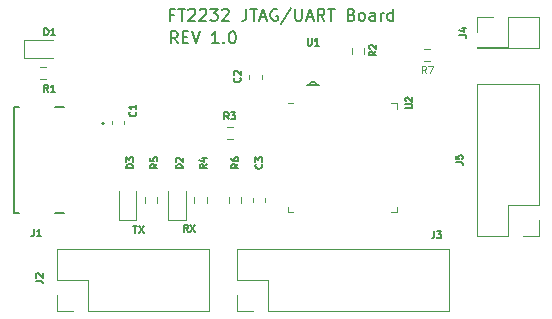
<source format=gbr>
%TF.GenerationSoftware,KiCad,Pcbnew,7.0.6*%
%TF.CreationDate,2023-11-02T18:38:28-04:00*%
%TF.ProjectId,FT2232_Board,46543232-3332-45f4-926f-6172642e6b69,rev?*%
%TF.SameCoordinates,Original*%
%TF.FileFunction,Legend,Top*%
%TF.FilePolarity,Positive*%
%FSLAX46Y46*%
G04 Gerber Fmt 4.6, Leading zero omitted, Abs format (unit mm)*
G04 Created by KiCad (PCBNEW 7.0.6) date 2023-11-02 18:38:28*
%MOMM*%
%LPD*%
G01*
G04 APERTURE LIST*
%ADD10C,0.150000*%
%ADD11C,0.125000*%
%ADD12C,0.127000*%
%ADD13C,0.200000*%
%ADD14C,0.152400*%
%ADD15C,0.120000*%
G04 APERTURE END LIST*
D10*
X120618407Y-77746219D02*
X120285074Y-77270028D01*
X120046979Y-77746219D02*
X120046979Y-76746219D01*
X120046979Y-76746219D02*
X120427931Y-76746219D01*
X120427931Y-76746219D02*
X120523169Y-76793838D01*
X120523169Y-76793838D02*
X120570788Y-76841457D01*
X120570788Y-76841457D02*
X120618407Y-76936695D01*
X120618407Y-76936695D02*
X120618407Y-77079552D01*
X120618407Y-77079552D02*
X120570788Y-77174790D01*
X120570788Y-77174790D02*
X120523169Y-77222409D01*
X120523169Y-77222409D02*
X120427931Y-77270028D01*
X120427931Y-77270028D02*
X120046979Y-77270028D01*
X121046979Y-77222409D02*
X121380312Y-77222409D01*
X121523169Y-77746219D02*
X121046979Y-77746219D01*
X121046979Y-77746219D02*
X121046979Y-76746219D01*
X121046979Y-76746219D02*
X121523169Y-76746219D01*
X121808884Y-76746219D02*
X122142217Y-77746219D01*
X122142217Y-77746219D02*
X122475550Y-76746219D01*
X124094598Y-77746219D02*
X123523170Y-77746219D01*
X123808884Y-77746219D02*
X123808884Y-76746219D01*
X123808884Y-76746219D02*
X123713646Y-76889076D01*
X123713646Y-76889076D02*
X123618408Y-76984314D01*
X123618408Y-76984314D02*
X123523170Y-77031933D01*
X124523170Y-77650980D02*
X124570789Y-77698600D01*
X124570789Y-77698600D02*
X124523170Y-77746219D01*
X124523170Y-77746219D02*
X124475551Y-77698600D01*
X124475551Y-77698600D02*
X124523170Y-77650980D01*
X124523170Y-77650980D02*
X124523170Y-77746219D01*
X125189836Y-76746219D02*
X125285074Y-76746219D01*
X125285074Y-76746219D02*
X125380312Y-76793838D01*
X125380312Y-76793838D02*
X125427931Y-76841457D01*
X125427931Y-76841457D02*
X125475550Y-76936695D01*
X125475550Y-76936695D02*
X125523169Y-77127171D01*
X125523169Y-77127171D02*
X125523169Y-77365266D01*
X125523169Y-77365266D02*
X125475550Y-77555742D01*
X125475550Y-77555742D02*
X125427931Y-77650980D01*
X125427931Y-77650980D02*
X125380312Y-77698600D01*
X125380312Y-77698600D02*
X125285074Y-77746219D01*
X125285074Y-77746219D02*
X125189836Y-77746219D01*
X125189836Y-77746219D02*
X125094598Y-77698600D01*
X125094598Y-77698600D02*
X125046979Y-77650980D01*
X125046979Y-77650980D02*
X124999360Y-77555742D01*
X124999360Y-77555742D02*
X124951741Y-77365266D01*
X124951741Y-77365266D02*
X124951741Y-77127171D01*
X124951741Y-77127171D02*
X124999360Y-76936695D01*
X124999360Y-76936695D02*
X125046979Y-76841457D01*
X125046979Y-76841457D02*
X125094598Y-76793838D01*
X125094598Y-76793838D02*
X125189836Y-76746219D01*
X120278712Y-75317409D02*
X119945379Y-75317409D01*
X119945379Y-75841219D02*
X119945379Y-74841219D01*
X119945379Y-74841219D02*
X120421569Y-74841219D01*
X120659665Y-74841219D02*
X121231093Y-74841219D01*
X120945379Y-75841219D02*
X120945379Y-74841219D01*
X121516808Y-74936457D02*
X121564427Y-74888838D01*
X121564427Y-74888838D02*
X121659665Y-74841219D01*
X121659665Y-74841219D02*
X121897760Y-74841219D01*
X121897760Y-74841219D02*
X121992998Y-74888838D01*
X121992998Y-74888838D02*
X122040617Y-74936457D01*
X122040617Y-74936457D02*
X122088236Y-75031695D01*
X122088236Y-75031695D02*
X122088236Y-75126933D01*
X122088236Y-75126933D02*
X122040617Y-75269790D01*
X122040617Y-75269790D02*
X121469189Y-75841219D01*
X121469189Y-75841219D02*
X122088236Y-75841219D01*
X122469189Y-74936457D02*
X122516808Y-74888838D01*
X122516808Y-74888838D02*
X122612046Y-74841219D01*
X122612046Y-74841219D02*
X122850141Y-74841219D01*
X122850141Y-74841219D02*
X122945379Y-74888838D01*
X122945379Y-74888838D02*
X122992998Y-74936457D01*
X122992998Y-74936457D02*
X123040617Y-75031695D01*
X123040617Y-75031695D02*
X123040617Y-75126933D01*
X123040617Y-75126933D02*
X122992998Y-75269790D01*
X122992998Y-75269790D02*
X122421570Y-75841219D01*
X122421570Y-75841219D02*
X123040617Y-75841219D01*
X123373951Y-74841219D02*
X123992998Y-74841219D01*
X123992998Y-74841219D02*
X123659665Y-75222171D01*
X123659665Y-75222171D02*
X123802522Y-75222171D01*
X123802522Y-75222171D02*
X123897760Y-75269790D01*
X123897760Y-75269790D02*
X123945379Y-75317409D01*
X123945379Y-75317409D02*
X123992998Y-75412647D01*
X123992998Y-75412647D02*
X123992998Y-75650742D01*
X123992998Y-75650742D02*
X123945379Y-75745980D01*
X123945379Y-75745980D02*
X123897760Y-75793600D01*
X123897760Y-75793600D02*
X123802522Y-75841219D01*
X123802522Y-75841219D02*
X123516808Y-75841219D01*
X123516808Y-75841219D02*
X123421570Y-75793600D01*
X123421570Y-75793600D02*
X123373951Y-75745980D01*
X124373951Y-74936457D02*
X124421570Y-74888838D01*
X124421570Y-74888838D02*
X124516808Y-74841219D01*
X124516808Y-74841219D02*
X124754903Y-74841219D01*
X124754903Y-74841219D02*
X124850141Y-74888838D01*
X124850141Y-74888838D02*
X124897760Y-74936457D01*
X124897760Y-74936457D02*
X124945379Y-75031695D01*
X124945379Y-75031695D02*
X124945379Y-75126933D01*
X124945379Y-75126933D02*
X124897760Y-75269790D01*
X124897760Y-75269790D02*
X124326332Y-75841219D01*
X124326332Y-75841219D02*
X124945379Y-75841219D01*
X126421570Y-74841219D02*
X126421570Y-75555504D01*
X126421570Y-75555504D02*
X126373951Y-75698361D01*
X126373951Y-75698361D02*
X126278713Y-75793600D01*
X126278713Y-75793600D02*
X126135856Y-75841219D01*
X126135856Y-75841219D02*
X126040618Y-75841219D01*
X126754904Y-74841219D02*
X127326332Y-74841219D01*
X127040618Y-75841219D02*
X127040618Y-74841219D01*
X127612047Y-75555504D02*
X128088237Y-75555504D01*
X127516809Y-75841219D02*
X127850142Y-74841219D01*
X127850142Y-74841219D02*
X128183475Y-75841219D01*
X129040618Y-74888838D02*
X128945380Y-74841219D01*
X128945380Y-74841219D02*
X128802523Y-74841219D01*
X128802523Y-74841219D02*
X128659666Y-74888838D01*
X128659666Y-74888838D02*
X128564428Y-74984076D01*
X128564428Y-74984076D02*
X128516809Y-75079314D01*
X128516809Y-75079314D02*
X128469190Y-75269790D01*
X128469190Y-75269790D02*
X128469190Y-75412647D01*
X128469190Y-75412647D02*
X128516809Y-75603123D01*
X128516809Y-75603123D02*
X128564428Y-75698361D01*
X128564428Y-75698361D02*
X128659666Y-75793600D01*
X128659666Y-75793600D02*
X128802523Y-75841219D01*
X128802523Y-75841219D02*
X128897761Y-75841219D01*
X128897761Y-75841219D02*
X129040618Y-75793600D01*
X129040618Y-75793600D02*
X129088237Y-75745980D01*
X129088237Y-75745980D02*
X129088237Y-75412647D01*
X129088237Y-75412647D02*
X128897761Y-75412647D01*
X130231094Y-74793600D02*
X129373952Y-76079314D01*
X130564428Y-74841219D02*
X130564428Y-75650742D01*
X130564428Y-75650742D02*
X130612047Y-75745980D01*
X130612047Y-75745980D02*
X130659666Y-75793600D01*
X130659666Y-75793600D02*
X130754904Y-75841219D01*
X130754904Y-75841219D02*
X130945380Y-75841219D01*
X130945380Y-75841219D02*
X131040618Y-75793600D01*
X131040618Y-75793600D02*
X131088237Y-75745980D01*
X131088237Y-75745980D02*
X131135856Y-75650742D01*
X131135856Y-75650742D02*
X131135856Y-74841219D01*
X131564428Y-75555504D02*
X132040618Y-75555504D01*
X131469190Y-75841219D02*
X131802523Y-74841219D01*
X131802523Y-74841219D02*
X132135856Y-75841219D01*
X133040618Y-75841219D02*
X132707285Y-75365028D01*
X132469190Y-75841219D02*
X132469190Y-74841219D01*
X132469190Y-74841219D02*
X132850142Y-74841219D01*
X132850142Y-74841219D02*
X132945380Y-74888838D01*
X132945380Y-74888838D02*
X132992999Y-74936457D01*
X132992999Y-74936457D02*
X133040618Y-75031695D01*
X133040618Y-75031695D02*
X133040618Y-75174552D01*
X133040618Y-75174552D02*
X132992999Y-75269790D01*
X132992999Y-75269790D02*
X132945380Y-75317409D01*
X132945380Y-75317409D02*
X132850142Y-75365028D01*
X132850142Y-75365028D02*
X132469190Y-75365028D01*
X133326333Y-74841219D02*
X133897761Y-74841219D01*
X133612047Y-75841219D02*
X133612047Y-74841219D01*
X135326333Y-75317409D02*
X135469190Y-75365028D01*
X135469190Y-75365028D02*
X135516809Y-75412647D01*
X135516809Y-75412647D02*
X135564428Y-75507885D01*
X135564428Y-75507885D02*
X135564428Y-75650742D01*
X135564428Y-75650742D02*
X135516809Y-75745980D01*
X135516809Y-75745980D02*
X135469190Y-75793600D01*
X135469190Y-75793600D02*
X135373952Y-75841219D01*
X135373952Y-75841219D02*
X134993000Y-75841219D01*
X134993000Y-75841219D02*
X134993000Y-74841219D01*
X134993000Y-74841219D02*
X135326333Y-74841219D01*
X135326333Y-74841219D02*
X135421571Y-74888838D01*
X135421571Y-74888838D02*
X135469190Y-74936457D01*
X135469190Y-74936457D02*
X135516809Y-75031695D01*
X135516809Y-75031695D02*
X135516809Y-75126933D01*
X135516809Y-75126933D02*
X135469190Y-75222171D01*
X135469190Y-75222171D02*
X135421571Y-75269790D01*
X135421571Y-75269790D02*
X135326333Y-75317409D01*
X135326333Y-75317409D02*
X134993000Y-75317409D01*
X136135857Y-75841219D02*
X136040619Y-75793600D01*
X136040619Y-75793600D02*
X135993000Y-75745980D01*
X135993000Y-75745980D02*
X135945381Y-75650742D01*
X135945381Y-75650742D02*
X135945381Y-75365028D01*
X135945381Y-75365028D02*
X135993000Y-75269790D01*
X135993000Y-75269790D02*
X136040619Y-75222171D01*
X136040619Y-75222171D02*
X136135857Y-75174552D01*
X136135857Y-75174552D02*
X136278714Y-75174552D01*
X136278714Y-75174552D02*
X136373952Y-75222171D01*
X136373952Y-75222171D02*
X136421571Y-75269790D01*
X136421571Y-75269790D02*
X136469190Y-75365028D01*
X136469190Y-75365028D02*
X136469190Y-75650742D01*
X136469190Y-75650742D02*
X136421571Y-75745980D01*
X136421571Y-75745980D02*
X136373952Y-75793600D01*
X136373952Y-75793600D02*
X136278714Y-75841219D01*
X136278714Y-75841219D02*
X136135857Y-75841219D01*
X137326333Y-75841219D02*
X137326333Y-75317409D01*
X137326333Y-75317409D02*
X137278714Y-75222171D01*
X137278714Y-75222171D02*
X137183476Y-75174552D01*
X137183476Y-75174552D02*
X136993000Y-75174552D01*
X136993000Y-75174552D02*
X136897762Y-75222171D01*
X137326333Y-75793600D02*
X137231095Y-75841219D01*
X137231095Y-75841219D02*
X136993000Y-75841219D01*
X136993000Y-75841219D02*
X136897762Y-75793600D01*
X136897762Y-75793600D02*
X136850143Y-75698361D01*
X136850143Y-75698361D02*
X136850143Y-75603123D01*
X136850143Y-75603123D02*
X136897762Y-75507885D01*
X136897762Y-75507885D02*
X136993000Y-75460266D01*
X136993000Y-75460266D02*
X137231095Y-75460266D01*
X137231095Y-75460266D02*
X137326333Y-75412647D01*
X137802524Y-75841219D02*
X137802524Y-75174552D01*
X137802524Y-75365028D02*
X137850143Y-75269790D01*
X137850143Y-75269790D02*
X137897762Y-75222171D01*
X137897762Y-75222171D02*
X137993000Y-75174552D01*
X137993000Y-75174552D02*
X138088238Y-75174552D01*
X138850143Y-75841219D02*
X138850143Y-74841219D01*
X138850143Y-75793600D02*
X138754905Y-75841219D01*
X138754905Y-75841219D02*
X138564429Y-75841219D01*
X138564429Y-75841219D02*
X138469191Y-75793600D01*
X138469191Y-75793600D02*
X138421572Y-75745980D01*
X138421572Y-75745980D02*
X138373953Y-75650742D01*
X138373953Y-75650742D02*
X138373953Y-75365028D01*
X138373953Y-75365028D02*
X138421572Y-75269790D01*
X138421572Y-75269790D02*
X138469191Y-75222171D01*
X138469191Y-75222171D02*
X138564429Y-75174552D01*
X138564429Y-75174552D02*
X138754905Y-75174552D01*
X138754905Y-75174552D02*
X138850143Y-75222171D01*
X116843426Y-93197171D02*
X117186284Y-93197171D01*
X117014855Y-93797171D02*
X117014855Y-93197171D01*
X117329141Y-93197171D02*
X117729141Y-93797171D01*
X117729141Y-93197171D02*
X117329141Y-93797171D01*
X121488398Y-93695571D02*
X121288398Y-93409857D01*
X121145541Y-93695571D02*
X121145541Y-93095571D01*
X121145541Y-93095571D02*
X121374112Y-93095571D01*
X121374112Y-93095571D02*
X121431255Y-93124142D01*
X121431255Y-93124142D02*
X121459826Y-93152714D01*
X121459826Y-93152714D02*
X121488398Y-93209857D01*
X121488398Y-93209857D02*
X121488398Y-93295571D01*
X121488398Y-93295571D02*
X121459826Y-93352714D01*
X121459826Y-93352714D02*
X121431255Y-93381285D01*
X121431255Y-93381285D02*
X121374112Y-93409857D01*
X121374112Y-93409857D02*
X121145541Y-93409857D01*
X121688398Y-93095571D02*
X122088398Y-93695571D01*
X122088398Y-93095571D02*
X121688398Y-93695571D01*
X108461199Y-93497371D02*
X108461199Y-93925942D01*
X108461199Y-93925942D02*
X108432628Y-94011657D01*
X108432628Y-94011657D02*
X108375485Y-94068800D01*
X108375485Y-94068800D02*
X108289771Y-94097371D01*
X108289771Y-94097371D02*
X108232628Y-94097371D01*
X109061199Y-94097371D02*
X108718342Y-94097371D01*
X108889771Y-94097371D02*
X108889771Y-93497371D01*
X108889771Y-93497371D02*
X108832628Y-93583085D01*
X108832628Y-93583085D02*
X108775485Y-93640228D01*
X108775485Y-93640228D02*
X108718342Y-93668800D01*
X131622857Y-77342971D02*
X131622857Y-77828685D01*
X131622857Y-77828685D02*
X131651428Y-77885828D01*
X131651428Y-77885828D02*
X131680000Y-77914400D01*
X131680000Y-77914400D02*
X131737142Y-77942971D01*
X131737142Y-77942971D02*
X131851428Y-77942971D01*
X131851428Y-77942971D02*
X131908571Y-77914400D01*
X131908571Y-77914400D02*
X131937142Y-77885828D01*
X131937142Y-77885828D02*
X131965714Y-77828685D01*
X131965714Y-77828685D02*
X131965714Y-77342971D01*
X132565713Y-77942971D02*
X132222856Y-77942971D01*
X132394285Y-77942971D02*
X132394285Y-77342971D01*
X132394285Y-77342971D02*
X132337142Y-77428685D01*
X132337142Y-77428685D02*
X132279999Y-77485828D01*
X132279999Y-77485828D02*
X132222856Y-77514400D01*
X139877771Y-83261142D02*
X140363485Y-83261142D01*
X140363485Y-83261142D02*
X140420628Y-83232571D01*
X140420628Y-83232571D02*
X140449200Y-83204000D01*
X140449200Y-83204000D02*
X140477771Y-83146857D01*
X140477771Y-83146857D02*
X140477771Y-83032571D01*
X140477771Y-83032571D02*
X140449200Y-82975428D01*
X140449200Y-82975428D02*
X140420628Y-82946857D01*
X140420628Y-82946857D02*
X140363485Y-82918285D01*
X140363485Y-82918285D02*
X139877771Y-82918285D01*
X139934914Y-82661143D02*
X139906342Y-82632571D01*
X139906342Y-82632571D02*
X139877771Y-82575429D01*
X139877771Y-82575429D02*
X139877771Y-82432571D01*
X139877771Y-82432571D02*
X139906342Y-82375429D01*
X139906342Y-82375429D02*
X139934914Y-82346857D01*
X139934914Y-82346857D02*
X139992057Y-82318286D01*
X139992057Y-82318286D02*
X140049200Y-82318286D01*
X140049200Y-82318286D02*
X140134914Y-82346857D01*
X140134914Y-82346857D02*
X140477771Y-82689714D01*
X140477771Y-82689714D02*
X140477771Y-82318286D01*
X109628000Y-81854571D02*
X109428000Y-81568857D01*
X109285143Y-81854571D02*
X109285143Y-81254571D01*
X109285143Y-81254571D02*
X109513714Y-81254571D01*
X109513714Y-81254571D02*
X109570857Y-81283142D01*
X109570857Y-81283142D02*
X109599428Y-81311714D01*
X109599428Y-81311714D02*
X109628000Y-81368857D01*
X109628000Y-81368857D02*
X109628000Y-81454571D01*
X109628000Y-81454571D02*
X109599428Y-81511714D01*
X109599428Y-81511714D02*
X109570857Y-81540285D01*
X109570857Y-81540285D02*
X109513714Y-81568857D01*
X109513714Y-81568857D02*
X109285143Y-81568857D01*
X110199428Y-81854571D02*
X109856571Y-81854571D01*
X110028000Y-81854571D02*
X110028000Y-81254571D01*
X110028000Y-81254571D02*
X109970857Y-81340285D01*
X109970857Y-81340285D02*
X109913714Y-81397428D01*
X109913714Y-81397428D02*
X109856571Y-81426000D01*
D11*
X141632000Y-80281071D02*
X141432000Y-79995357D01*
X141289143Y-80281071D02*
X141289143Y-79681071D01*
X141289143Y-79681071D02*
X141517714Y-79681071D01*
X141517714Y-79681071D02*
X141574857Y-79709642D01*
X141574857Y-79709642D02*
X141603428Y-79738214D01*
X141603428Y-79738214D02*
X141632000Y-79795357D01*
X141632000Y-79795357D02*
X141632000Y-79881071D01*
X141632000Y-79881071D02*
X141603428Y-79938214D01*
X141603428Y-79938214D02*
X141574857Y-79966785D01*
X141574857Y-79966785D02*
X141517714Y-79995357D01*
X141517714Y-79995357D02*
X141289143Y-79995357D01*
X141832000Y-79681071D02*
X142232000Y-79681071D01*
X142232000Y-79681071D02*
X141974857Y-80281071D01*
D10*
X123078771Y-88007499D02*
X122793057Y-88207499D01*
X123078771Y-88350356D02*
X122478771Y-88350356D01*
X122478771Y-88350356D02*
X122478771Y-88121785D01*
X122478771Y-88121785D02*
X122507342Y-88064642D01*
X122507342Y-88064642D02*
X122535914Y-88036071D01*
X122535914Y-88036071D02*
X122593057Y-88007499D01*
X122593057Y-88007499D02*
X122678771Y-88007499D01*
X122678771Y-88007499D02*
X122735914Y-88036071D01*
X122735914Y-88036071D02*
X122764485Y-88064642D01*
X122764485Y-88064642D02*
X122793057Y-88121785D01*
X122793057Y-88121785D02*
X122793057Y-88350356D01*
X122678771Y-87493214D02*
X123078771Y-87493214D01*
X122450200Y-87636071D02*
X122878771Y-87778928D01*
X122878771Y-87778928D02*
X122878771Y-87407499D01*
X118887771Y-87983999D02*
X118602057Y-88183999D01*
X118887771Y-88326856D02*
X118287771Y-88326856D01*
X118287771Y-88326856D02*
X118287771Y-88098285D01*
X118287771Y-88098285D02*
X118316342Y-88041142D01*
X118316342Y-88041142D02*
X118344914Y-88012571D01*
X118344914Y-88012571D02*
X118402057Y-87983999D01*
X118402057Y-87983999D02*
X118487771Y-87983999D01*
X118487771Y-87983999D02*
X118544914Y-88012571D01*
X118544914Y-88012571D02*
X118573485Y-88041142D01*
X118573485Y-88041142D02*
X118602057Y-88098285D01*
X118602057Y-88098285D02*
X118602057Y-88326856D01*
X118287771Y-87441142D02*
X118287771Y-87726856D01*
X118287771Y-87726856D02*
X118573485Y-87755428D01*
X118573485Y-87755428D02*
X118544914Y-87726856D01*
X118544914Y-87726856D02*
X118516342Y-87669714D01*
X118516342Y-87669714D02*
X118516342Y-87526856D01*
X118516342Y-87526856D02*
X118544914Y-87469714D01*
X118544914Y-87469714D02*
X118573485Y-87441142D01*
X118573485Y-87441142D02*
X118630628Y-87412571D01*
X118630628Y-87412571D02*
X118773485Y-87412571D01*
X118773485Y-87412571D02*
X118830628Y-87441142D01*
X118830628Y-87441142D02*
X118859200Y-87469714D01*
X118859200Y-87469714D02*
X118887771Y-87526856D01*
X118887771Y-87526856D02*
X118887771Y-87669714D01*
X118887771Y-87669714D02*
X118859200Y-87726856D01*
X118859200Y-87726856D02*
X118830628Y-87755428D01*
X137429771Y-78431699D02*
X137144057Y-78631699D01*
X137429771Y-78774556D02*
X136829771Y-78774556D01*
X136829771Y-78774556D02*
X136829771Y-78545985D01*
X136829771Y-78545985D02*
X136858342Y-78488842D01*
X136858342Y-78488842D02*
X136886914Y-78460271D01*
X136886914Y-78460271D02*
X136944057Y-78431699D01*
X136944057Y-78431699D02*
X137029771Y-78431699D01*
X137029771Y-78431699D02*
X137086914Y-78460271D01*
X137086914Y-78460271D02*
X137115485Y-78488842D01*
X137115485Y-78488842D02*
X137144057Y-78545985D01*
X137144057Y-78545985D02*
X137144057Y-78774556D01*
X136886914Y-78203128D02*
X136858342Y-78174556D01*
X136858342Y-78174556D02*
X136829771Y-78117414D01*
X136829771Y-78117414D02*
X136829771Y-77974556D01*
X136829771Y-77974556D02*
X136858342Y-77917414D01*
X136858342Y-77917414D02*
X136886914Y-77888842D01*
X136886914Y-77888842D02*
X136944057Y-77860271D01*
X136944057Y-77860271D02*
X137001200Y-77860271D01*
X137001200Y-77860271D02*
X137086914Y-77888842D01*
X137086914Y-77888842D02*
X137429771Y-78231699D01*
X137429771Y-78231699D02*
X137429771Y-77860271D01*
X124918800Y-84191371D02*
X124718800Y-83905657D01*
X124575943Y-84191371D02*
X124575943Y-83591371D01*
X124575943Y-83591371D02*
X124804514Y-83591371D01*
X124804514Y-83591371D02*
X124861657Y-83619942D01*
X124861657Y-83619942D02*
X124890228Y-83648514D01*
X124890228Y-83648514D02*
X124918800Y-83705657D01*
X124918800Y-83705657D02*
X124918800Y-83791371D01*
X124918800Y-83791371D02*
X124890228Y-83848514D01*
X124890228Y-83848514D02*
X124861657Y-83877085D01*
X124861657Y-83877085D02*
X124804514Y-83905657D01*
X124804514Y-83905657D02*
X124575943Y-83905657D01*
X125118800Y-83591371D02*
X125490228Y-83591371D01*
X125490228Y-83591371D02*
X125290228Y-83819942D01*
X125290228Y-83819942D02*
X125375943Y-83819942D01*
X125375943Y-83819942D02*
X125433086Y-83848514D01*
X125433086Y-83848514D02*
X125461657Y-83877085D01*
X125461657Y-83877085D02*
X125490228Y-83934228D01*
X125490228Y-83934228D02*
X125490228Y-84077085D01*
X125490228Y-84077085D02*
X125461657Y-84134228D01*
X125461657Y-84134228D02*
X125433086Y-84162800D01*
X125433086Y-84162800D02*
X125375943Y-84191371D01*
X125375943Y-84191371D02*
X125204514Y-84191371D01*
X125204514Y-84191371D02*
X125147371Y-84162800D01*
X125147371Y-84162800D02*
X125118800Y-84134228D01*
X125745771Y-87983999D02*
X125460057Y-88183999D01*
X125745771Y-88326856D02*
X125145771Y-88326856D01*
X125145771Y-88326856D02*
X125145771Y-88098285D01*
X125145771Y-88098285D02*
X125174342Y-88041142D01*
X125174342Y-88041142D02*
X125202914Y-88012571D01*
X125202914Y-88012571D02*
X125260057Y-87983999D01*
X125260057Y-87983999D02*
X125345771Y-87983999D01*
X125345771Y-87983999D02*
X125402914Y-88012571D01*
X125402914Y-88012571D02*
X125431485Y-88041142D01*
X125431485Y-88041142D02*
X125460057Y-88098285D01*
X125460057Y-88098285D02*
X125460057Y-88326856D01*
X125145771Y-87469714D02*
X125145771Y-87583999D01*
X125145771Y-87583999D02*
X125174342Y-87641142D01*
X125174342Y-87641142D02*
X125202914Y-87669714D01*
X125202914Y-87669714D02*
X125288628Y-87726856D01*
X125288628Y-87726856D02*
X125402914Y-87755428D01*
X125402914Y-87755428D02*
X125631485Y-87755428D01*
X125631485Y-87755428D02*
X125688628Y-87726856D01*
X125688628Y-87726856D02*
X125717200Y-87698285D01*
X125717200Y-87698285D02*
X125745771Y-87641142D01*
X125745771Y-87641142D02*
X125745771Y-87526856D01*
X125745771Y-87526856D02*
X125717200Y-87469714D01*
X125717200Y-87469714D02*
X125688628Y-87441142D01*
X125688628Y-87441142D02*
X125631485Y-87412571D01*
X125631485Y-87412571D02*
X125488628Y-87412571D01*
X125488628Y-87412571D02*
X125431485Y-87441142D01*
X125431485Y-87441142D02*
X125402914Y-87469714D01*
X125402914Y-87469714D02*
X125374342Y-87526856D01*
X125374342Y-87526856D02*
X125374342Y-87641142D01*
X125374342Y-87641142D02*
X125402914Y-87698285D01*
X125402914Y-87698285D02*
X125431485Y-87726856D01*
X125431485Y-87726856D02*
X125488628Y-87755428D01*
X144449771Y-77035000D02*
X144878342Y-77035000D01*
X144878342Y-77035000D02*
X144964057Y-77063571D01*
X144964057Y-77063571D02*
X145021200Y-77120714D01*
X145021200Y-77120714D02*
X145049771Y-77206428D01*
X145049771Y-77206428D02*
X145049771Y-77263571D01*
X144649771Y-76492143D02*
X145049771Y-76492143D01*
X144421200Y-76635000D02*
X144849771Y-76777857D01*
X144849771Y-76777857D02*
X144849771Y-76406428D01*
X142344799Y-93649771D02*
X142344799Y-94078342D01*
X142344799Y-94078342D02*
X142316228Y-94164057D01*
X142316228Y-94164057D02*
X142259085Y-94221200D01*
X142259085Y-94221200D02*
X142173371Y-94249771D01*
X142173371Y-94249771D02*
X142116228Y-94249771D01*
X142573371Y-93649771D02*
X142944799Y-93649771D01*
X142944799Y-93649771D02*
X142744799Y-93878342D01*
X142744799Y-93878342D02*
X142830514Y-93878342D01*
X142830514Y-93878342D02*
X142887657Y-93906914D01*
X142887657Y-93906914D02*
X142916228Y-93935485D01*
X142916228Y-93935485D02*
X142944799Y-93992628D01*
X142944799Y-93992628D02*
X142944799Y-94135485D01*
X142944799Y-94135485D02*
X142916228Y-94192628D01*
X142916228Y-94192628D02*
X142887657Y-94221200D01*
X142887657Y-94221200D02*
X142830514Y-94249771D01*
X142830514Y-94249771D02*
X142659085Y-94249771D01*
X142659085Y-94249771D02*
X142601942Y-94221200D01*
X142601942Y-94221200D02*
X142573371Y-94192628D01*
X144144971Y-87830000D02*
X144573542Y-87830000D01*
X144573542Y-87830000D02*
X144659257Y-87858571D01*
X144659257Y-87858571D02*
X144716400Y-87915714D01*
X144716400Y-87915714D02*
X144744971Y-88001428D01*
X144744971Y-88001428D02*
X144744971Y-88058571D01*
X144144971Y-87258571D02*
X144144971Y-87544285D01*
X144144971Y-87544285D02*
X144430685Y-87572857D01*
X144430685Y-87572857D02*
X144402114Y-87544285D01*
X144402114Y-87544285D02*
X144373542Y-87487143D01*
X144373542Y-87487143D02*
X144373542Y-87344285D01*
X144373542Y-87344285D02*
X144402114Y-87287143D01*
X144402114Y-87287143D02*
X144430685Y-87258571D01*
X144430685Y-87258571D02*
X144487828Y-87230000D01*
X144487828Y-87230000D02*
X144630685Y-87230000D01*
X144630685Y-87230000D02*
X144687828Y-87258571D01*
X144687828Y-87258571D02*
X144716400Y-87287143D01*
X144716400Y-87287143D02*
X144744971Y-87344285D01*
X144744971Y-87344285D02*
X144744971Y-87487143D01*
X144744971Y-87487143D02*
X144716400Y-87544285D01*
X144716400Y-87544285D02*
X144687828Y-87572857D01*
X108584971Y-97837600D02*
X109013542Y-97837600D01*
X109013542Y-97837600D02*
X109099257Y-97866171D01*
X109099257Y-97866171D02*
X109156400Y-97923314D01*
X109156400Y-97923314D02*
X109184971Y-98009028D01*
X109184971Y-98009028D02*
X109184971Y-98066171D01*
X108642114Y-97580457D02*
X108613542Y-97551885D01*
X108613542Y-97551885D02*
X108584971Y-97494743D01*
X108584971Y-97494743D02*
X108584971Y-97351885D01*
X108584971Y-97351885D02*
X108613542Y-97294743D01*
X108613542Y-97294743D02*
X108642114Y-97266171D01*
X108642114Y-97266171D02*
X108699257Y-97237600D01*
X108699257Y-97237600D02*
X108756400Y-97237600D01*
X108756400Y-97237600D02*
X108842114Y-97266171D01*
X108842114Y-97266171D02*
X109184971Y-97609028D01*
X109184971Y-97609028D02*
X109184971Y-97237600D01*
X109335943Y-77079371D02*
X109335943Y-76479371D01*
X109335943Y-76479371D02*
X109478800Y-76479371D01*
X109478800Y-76479371D02*
X109564514Y-76507942D01*
X109564514Y-76507942D02*
X109621657Y-76565085D01*
X109621657Y-76565085D02*
X109650228Y-76622228D01*
X109650228Y-76622228D02*
X109678800Y-76736514D01*
X109678800Y-76736514D02*
X109678800Y-76822228D01*
X109678800Y-76822228D02*
X109650228Y-76936514D01*
X109650228Y-76936514D02*
X109621657Y-76993657D01*
X109621657Y-76993657D02*
X109564514Y-77050800D01*
X109564514Y-77050800D02*
X109478800Y-77079371D01*
X109478800Y-77079371D02*
X109335943Y-77079371D01*
X110250228Y-77079371D02*
X109907371Y-77079371D01*
X110078800Y-77079371D02*
X110078800Y-76479371D01*
X110078800Y-76479371D02*
X110021657Y-76565085D01*
X110021657Y-76565085D02*
X109964514Y-76622228D01*
X109964514Y-76622228D02*
X109907371Y-76650800D01*
X121046771Y-88350356D02*
X120446771Y-88350356D01*
X120446771Y-88350356D02*
X120446771Y-88207499D01*
X120446771Y-88207499D02*
X120475342Y-88121785D01*
X120475342Y-88121785D02*
X120532485Y-88064642D01*
X120532485Y-88064642D02*
X120589628Y-88036071D01*
X120589628Y-88036071D02*
X120703914Y-88007499D01*
X120703914Y-88007499D02*
X120789628Y-88007499D01*
X120789628Y-88007499D02*
X120903914Y-88036071D01*
X120903914Y-88036071D02*
X120961057Y-88064642D01*
X120961057Y-88064642D02*
X121018200Y-88121785D01*
X121018200Y-88121785D02*
X121046771Y-88207499D01*
X121046771Y-88207499D02*
X121046771Y-88350356D01*
X120503914Y-87778928D02*
X120475342Y-87750356D01*
X120475342Y-87750356D02*
X120446771Y-87693214D01*
X120446771Y-87693214D02*
X120446771Y-87550356D01*
X120446771Y-87550356D02*
X120475342Y-87493214D01*
X120475342Y-87493214D02*
X120503914Y-87464642D01*
X120503914Y-87464642D02*
X120561057Y-87436071D01*
X120561057Y-87436071D02*
X120618200Y-87436071D01*
X120618200Y-87436071D02*
X120703914Y-87464642D01*
X120703914Y-87464642D02*
X121046771Y-87807499D01*
X121046771Y-87807499D02*
X121046771Y-87436071D01*
X116855771Y-88326856D02*
X116255771Y-88326856D01*
X116255771Y-88326856D02*
X116255771Y-88183999D01*
X116255771Y-88183999D02*
X116284342Y-88098285D01*
X116284342Y-88098285D02*
X116341485Y-88041142D01*
X116341485Y-88041142D02*
X116398628Y-88012571D01*
X116398628Y-88012571D02*
X116512914Y-87983999D01*
X116512914Y-87983999D02*
X116598628Y-87983999D01*
X116598628Y-87983999D02*
X116712914Y-88012571D01*
X116712914Y-88012571D02*
X116770057Y-88041142D01*
X116770057Y-88041142D02*
X116827200Y-88098285D01*
X116827200Y-88098285D02*
X116855771Y-88183999D01*
X116855771Y-88183999D02*
X116855771Y-88326856D01*
X116255771Y-87783999D02*
X116255771Y-87412571D01*
X116255771Y-87412571D02*
X116484342Y-87612571D01*
X116484342Y-87612571D02*
X116484342Y-87526856D01*
X116484342Y-87526856D02*
X116512914Y-87469714D01*
X116512914Y-87469714D02*
X116541485Y-87441142D01*
X116541485Y-87441142D02*
X116598628Y-87412571D01*
X116598628Y-87412571D02*
X116741485Y-87412571D01*
X116741485Y-87412571D02*
X116798628Y-87441142D01*
X116798628Y-87441142D02*
X116827200Y-87469714D01*
X116827200Y-87469714D02*
X116855771Y-87526856D01*
X116855771Y-87526856D02*
X116855771Y-87698285D01*
X116855771Y-87698285D02*
X116827200Y-87755428D01*
X116827200Y-87755428D02*
X116798628Y-87783999D01*
X117052628Y-83564399D02*
X117081200Y-83592971D01*
X117081200Y-83592971D02*
X117109771Y-83678685D01*
X117109771Y-83678685D02*
X117109771Y-83735828D01*
X117109771Y-83735828D02*
X117081200Y-83821542D01*
X117081200Y-83821542D02*
X117024057Y-83878685D01*
X117024057Y-83878685D02*
X116966914Y-83907256D01*
X116966914Y-83907256D02*
X116852628Y-83935828D01*
X116852628Y-83935828D02*
X116766914Y-83935828D01*
X116766914Y-83935828D02*
X116652628Y-83907256D01*
X116652628Y-83907256D02*
X116595485Y-83878685D01*
X116595485Y-83878685D02*
X116538342Y-83821542D01*
X116538342Y-83821542D02*
X116509771Y-83735828D01*
X116509771Y-83735828D02*
X116509771Y-83678685D01*
X116509771Y-83678685D02*
X116538342Y-83592971D01*
X116538342Y-83592971D02*
X116566914Y-83564399D01*
X117109771Y-82992971D02*
X117109771Y-83335828D01*
X117109771Y-83164399D02*
X116509771Y-83164399D01*
X116509771Y-83164399D02*
X116595485Y-83221542D01*
X116595485Y-83221542D02*
X116652628Y-83278685D01*
X116652628Y-83278685D02*
X116681200Y-83335828D01*
X125891828Y-80655999D02*
X125920400Y-80684571D01*
X125920400Y-80684571D02*
X125948971Y-80770285D01*
X125948971Y-80770285D02*
X125948971Y-80827428D01*
X125948971Y-80827428D02*
X125920400Y-80913142D01*
X125920400Y-80913142D02*
X125863257Y-80970285D01*
X125863257Y-80970285D02*
X125806114Y-80998856D01*
X125806114Y-80998856D02*
X125691828Y-81027428D01*
X125691828Y-81027428D02*
X125606114Y-81027428D01*
X125606114Y-81027428D02*
X125491828Y-80998856D01*
X125491828Y-80998856D02*
X125434685Y-80970285D01*
X125434685Y-80970285D02*
X125377542Y-80913142D01*
X125377542Y-80913142D02*
X125348971Y-80827428D01*
X125348971Y-80827428D02*
X125348971Y-80770285D01*
X125348971Y-80770285D02*
X125377542Y-80684571D01*
X125377542Y-80684571D02*
X125406114Y-80655999D01*
X125406114Y-80427428D02*
X125377542Y-80398856D01*
X125377542Y-80398856D02*
X125348971Y-80341714D01*
X125348971Y-80341714D02*
X125348971Y-80198856D01*
X125348971Y-80198856D02*
X125377542Y-80141714D01*
X125377542Y-80141714D02*
X125406114Y-80113142D01*
X125406114Y-80113142D02*
X125463257Y-80084571D01*
X125463257Y-80084571D02*
X125520400Y-80084571D01*
X125520400Y-80084571D02*
X125606114Y-80113142D01*
X125606114Y-80113142D02*
X125948971Y-80455999D01*
X125948971Y-80455999D02*
X125948971Y-80084571D01*
X127720628Y-87983999D02*
X127749200Y-88012571D01*
X127749200Y-88012571D02*
X127777771Y-88098285D01*
X127777771Y-88098285D02*
X127777771Y-88155428D01*
X127777771Y-88155428D02*
X127749200Y-88241142D01*
X127749200Y-88241142D02*
X127692057Y-88298285D01*
X127692057Y-88298285D02*
X127634914Y-88326856D01*
X127634914Y-88326856D02*
X127520628Y-88355428D01*
X127520628Y-88355428D02*
X127434914Y-88355428D01*
X127434914Y-88355428D02*
X127320628Y-88326856D01*
X127320628Y-88326856D02*
X127263485Y-88298285D01*
X127263485Y-88298285D02*
X127206342Y-88241142D01*
X127206342Y-88241142D02*
X127177771Y-88155428D01*
X127177771Y-88155428D02*
X127177771Y-88098285D01*
X127177771Y-88098285D02*
X127206342Y-88012571D01*
X127206342Y-88012571D02*
X127234914Y-87983999D01*
X127177771Y-87783999D02*
X127177771Y-87412571D01*
X127177771Y-87412571D02*
X127406342Y-87612571D01*
X127406342Y-87612571D02*
X127406342Y-87526856D01*
X127406342Y-87526856D02*
X127434914Y-87469714D01*
X127434914Y-87469714D02*
X127463485Y-87441142D01*
X127463485Y-87441142D02*
X127520628Y-87412571D01*
X127520628Y-87412571D02*
X127663485Y-87412571D01*
X127663485Y-87412571D02*
X127720628Y-87441142D01*
X127720628Y-87441142D02*
X127749200Y-87469714D01*
X127749200Y-87469714D02*
X127777771Y-87526856D01*
X127777771Y-87526856D02*
X127777771Y-87698285D01*
X127777771Y-87698285D02*
X127749200Y-87755428D01*
X127749200Y-87755428D02*
X127720628Y-87783999D01*
D12*
%TO.C,J1*%
X110993500Y-83158000D02*
X110228500Y-83158000D01*
X106748500Y-83158000D02*
X107168500Y-83158000D01*
X110993500Y-92098000D02*
X110228500Y-92098000D01*
X107168500Y-92098000D02*
X106748500Y-92098000D01*
X106748500Y-92098000D02*
X106748500Y-83158000D01*
D13*
X114398500Y-84528000D02*
G75*
G03*
X114398500Y-84528000I-100000J0D01*
G01*
D14*
%TO.C,U1*%
X131546600Y-81305400D02*
X131775200Y-81305400D01*
X131775200Y-81305400D02*
X132384800Y-81305400D01*
X132384800Y-81305400D02*
X132613400Y-81305400D01*
X132384800Y-81305400D02*
G75*
G03*
X131775200Y-81305400I-304800J0D01*
G01*
D15*
%TO.C,U2*%
X139156000Y-82840000D02*
X139156000Y-83315000D01*
X130411000Y-92060000D02*
X129936000Y-92060000D01*
X138681000Y-92060000D02*
X139156000Y-92060000D01*
X129936000Y-92060000D02*
X129936000Y-91585000D01*
X130411000Y-82840000D02*
X129936000Y-82840000D01*
X138681000Y-82840000D02*
X139156000Y-82840000D01*
X139156000Y-92060000D02*
X139156000Y-91585000D01*
%TO.C,R1*%
X108965276Y-79741500D02*
X109474724Y-79741500D01*
X108965276Y-80786500D02*
X109474724Y-80786500D01*
%TO.C,R7*%
X141986724Y-79262500D02*
X141477276Y-79262500D01*
X141986724Y-78217500D02*
X141477276Y-78217500D01*
%TO.C,R4*%
X123077500Y-91313724D02*
X123077500Y-90804276D01*
X122032500Y-91313724D02*
X122032500Y-90804276D01*
%TO.C,R5*%
X117841500Y-91290224D02*
X117841500Y-90780776D01*
X118886500Y-91290224D02*
X118886500Y-90780776D01*
%TO.C,R2*%
X135367500Y-78180476D02*
X135367500Y-78689924D01*
X136412500Y-78180476D02*
X136412500Y-78689924D01*
%TO.C,R3*%
X125273524Y-85866500D02*
X124764076Y-85866500D01*
X125273524Y-84821500D02*
X124764076Y-84821500D01*
%TO.C,R6*%
X125998500Y-90780776D02*
X125998500Y-91290224D01*
X124953500Y-90780776D02*
X124953500Y-91290224D01*
%TO.C,J4*%
X145985000Y-75505000D02*
X147315000Y-75505000D01*
X145985000Y-76835000D02*
X145985000Y-75505000D01*
X145985000Y-78105000D02*
X145985000Y-78165000D01*
X148585000Y-78105000D02*
X148585000Y-75505000D01*
X145985000Y-78105000D02*
X148585000Y-78105000D01*
X148585000Y-75505000D02*
X151185000Y-75505000D01*
X145985000Y-78165000D02*
X151185000Y-78165000D01*
X151185000Y-75505000D02*
X151185000Y-78165000D01*
%TO.C,J3*%
X143570000Y-100390000D02*
X143570000Y-95190000D01*
X125670000Y-97790000D02*
X125670000Y-95190000D01*
X127000000Y-100390000D02*
X125670000Y-100390000D01*
X128270000Y-100390000D02*
X128270000Y-97790000D01*
X125670000Y-95190000D02*
X143570000Y-95190000D01*
X125670000Y-100390000D02*
X125670000Y-99060000D01*
X128270000Y-100390000D02*
X143570000Y-100390000D01*
X128270000Y-97790000D02*
X125670000Y-97790000D01*
%TO.C,J5*%
X151190000Y-92710000D02*
X151190000Y-94040000D01*
X151190000Y-91440000D02*
X151190000Y-81220000D01*
X148590000Y-94040000D02*
X145990000Y-94040000D01*
X151190000Y-91440000D02*
X148590000Y-91440000D01*
X151190000Y-94040000D02*
X149860000Y-94040000D01*
X148590000Y-91440000D02*
X148590000Y-94040000D01*
X151190000Y-81220000D02*
X145990000Y-81220000D01*
X145990000Y-94040000D02*
X145990000Y-81220000D01*
%TO.C,J2*%
X111760000Y-100390000D02*
X110430000Y-100390000D01*
X113030000Y-100390000D02*
X123250000Y-100390000D01*
X110430000Y-97790000D02*
X110430000Y-95190000D01*
X113030000Y-100390000D02*
X113030000Y-97790000D01*
X110430000Y-100390000D02*
X110430000Y-99060000D01*
X113030000Y-97790000D02*
X110430000Y-97790000D01*
X123250000Y-100390000D02*
X123250000Y-95190000D01*
X110430000Y-95190000D02*
X123250000Y-95190000D01*
%TO.C,D1*%
X110020000Y-77497000D02*
X107560000Y-77497000D01*
X107560000Y-77497000D02*
X107560000Y-78967000D01*
X107560000Y-78967000D02*
X110020000Y-78967000D01*
%TO.C,D2*%
X119820000Y-90259000D02*
X119820000Y-92719000D01*
X119820000Y-92719000D02*
X121290000Y-92719000D01*
X121290000Y-92719000D02*
X121290000Y-90259000D01*
%TO.C,D3*%
X117099000Y-92695500D02*
X117099000Y-90235500D01*
X115629000Y-92695500D02*
X117099000Y-92695500D01*
X115629000Y-90235500D02*
X115629000Y-92695500D01*
%TO.C,C1*%
X116080000Y-84601267D02*
X116080000Y-84308733D01*
X115060000Y-84601267D02*
X115060000Y-84308733D01*
%TO.C,C2*%
X127713200Y-80764767D02*
X127713200Y-80472233D01*
X126693200Y-80764767D02*
X126693200Y-80472233D01*
%TO.C,C3*%
X126998000Y-90889233D02*
X126998000Y-91181767D01*
X128018000Y-90889233D02*
X128018000Y-91181767D01*
%TD*%
M02*

</source>
